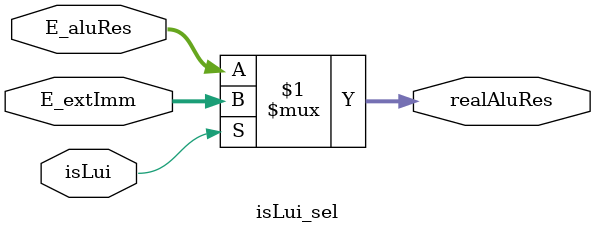
<source format=v>
`timescale 1ns / 1ps
module regDst_sel (
    input      [4:0] rt,
    input      [4:0] rd,
    input      [1:0] regDst,
    output reg [4:0] A3
);
  always @(*) begin
    case (regDst)
      2'b00: begin
        A3 = rt;
      end
      2'b01: begin
        A3 = rd;
      end
      2'b10: begin
        A3 = 5'd31;
      end
      default: begin
        A3 = A3;
      end
    endcase
  end
endmodule

module aluSrc_sel (
    input  [31:0] RD2,
    input  [31:0] dataOut,
    input         aluSrc,
    output [31:0] B
);
  assign B = (aluSrc) ? dataOut : RD2;
endmodule

module memToR_sel (
    input      [31:0] aluRes,
    input      [31:0] dmData,
    input      [31:0] extImm,
    input      [31:0] W_pcPlus8,
    input      [ 1:0] memToR,
    output reg [31:0] WD
);
  always @(*) begin
    case (memToR)
      2'b00: begin
        WD = aluRes;
      end
      2'b01: begin
        WD = dmData;
      end
      2'b10: begin
        WD = extImm;
      end
      2'b11: begin
        WD = W_pcPlus8;
      end
      default: begin
        WD = 0;
      end
    endcase
  end
endmodule

module isLui_sel (
    input         isLui,
    input  [31:0] E_extImm,
    input  [31:0] E_aluRes,
    output [31:0] realAluRes
);
  assign realAluRes = (isLui) ? E_extImm : E_aluRes;
endmodule

</source>
